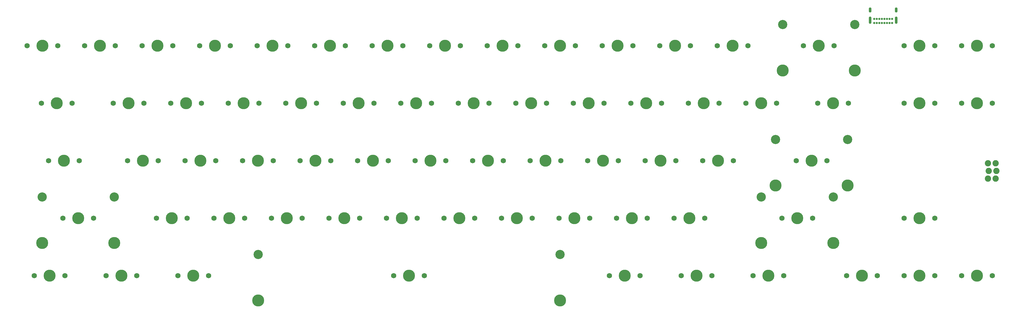
<source format=gbr>
G04 #@! TF.GenerationSoftware,KiCad,Pcbnew,(5.1.4)-1*
G04 #@! TF.CreationDate,2020-07-02T22:35:46-04:00*
G04 #@! TF.ProjectId,soph68,736f7068-3638-42e6-9b69-6361645f7063,rev?*
G04 #@! TF.SameCoordinates,Original*
G04 #@! TF.FileFunction,Soldermask,Top*
G04 #@! TF.FilePolarity,Negative*
%FSLAX46Y46*%
G04 Gerber Fmt 4.6, Leading zero omitted, Abs format (unit mm)*
G04 Created by KiCad (PCBNEW (5.1.4)-1) date 2020-07-02 22:35:46*
%MOMM*%
%LPD*%
G04 APERTURE LIST*
%ADD10C,1.750000*%
%ADD11C,3.987800*%
%ADD12C,3.048000*%
%ADD13O,0.900000X1.700000*%
%ADD14O,0.900000X2.400000*%
%ADD15C,0.700000*%
%ADD16C,2.082800*%
G04 APERTURE END LIST*
D10*
X224155000Y-95250000D03*
X213995000Y-95250000D03*
D11*
X219075000Y-95250000D03*
D10*
X257492500Y-76200000D03*
X247332500Y-76200000D03*
D11*
X252412500Y-76200000D03*
D10*
X109855000Y-95250000D03*
X99695000Y-95250000D03*
D11*
X104775000Y-95250000D03*
X57181750Y-122555000D03*
X33305750Y-122555000D03*
D12*
X57181750Y-107315000D03*
X33305750Y-107315000D03*
D10*
X50323750Y-114300000D03*
X40163750Y-114300000D03*
D11*
X45243750Y-114300000D03*
D13*
X307533000Y-45297000D03*
X316183000Y-45297000D03*
D14*
X307533000Y-48677000D03*
X316183000Y-48677000D03*
D15*
X311433000Y-48307000D03*
X308883000Y-48307000D03*
X309733000Y-48307000D03*
X310583000Y-48307000D03*
X314833000Y-48307000D03*
X313133000Y-48307000D03*
X312283000Y-48307000D03*
X313983000Y-48307000D03*
X308883000Y-49657000D03*
X309733000Y-49657000D03*
X310583000Y-49657000D03*
X311433000Y-49657000D03*
X312283000Y-49657000D03*
X313133000Y-49657000D03*
X313983000Y-49657000D03*
X314833000Y-49657000D03*
D11*
X295306750Y-122555000D03*
X271430750Y-122555000D03*
D12*
X295306750Y-107315000D03*
X271430750Y-107315000D03*
D10*
X288448750Y-114300000D03*
X278288750Y-114300000D03*
D11*
X283368750Y-114300000D03*
X300069250Y-103505000D03*
X276193250Y-103505000D03*
D12*
X300069250Y-88265000D03*
X276193250Y-88265000D03*
D10*
X293211250Y-95250000D03*
X283051250Y-95250000D03*
D11*
X288131250Y-95250000D03*
D10*
X86042500Y-76200000D03*
X75882500Y-76200000D03*
D11*
X80962500Y-76200000D03*
D10*
X200342500Y-76200000D03*
X190182500Y-76200000D03*
D11*
X195262500Y-76200000D03*
D16*
X346583000Y-96139000D03*
X349123000Y-96139000D03*
X346837000Y-98679000D03*
X349377000Y-98679000D03*
X346583000Y-101219000D03*
X349123000Y-101219000D03*
D10*
X347980000Y-133350000D03*
X337820000Y-133350000D03*
D11*
X342900000Y-133350000D03*
D10*
X328930000Y-133350000D03*
X318770000Y-133350000D03*
D11*
X323850000Y-133350000D03*
D10*
X309880000Y-133350000D03*
X299720000Y-133350000D03*
D11*
X304800000Y-133350000D03*
D10*
X278923750Y-133350000D03*
X268763750Y-133350000D03*
D11*
X273843750Y-133350000D03*
D10*
X255111250Y-133350000D03*
X244951250Y-133350000D03*
D11*
X250031250Y-133350000D03*
D10*
X231298750Y-133350000D03*
X221138750Y-133350000D03*
D11*
X226218750Y-133350000D03*
X204781150Y-141605000D03*
X104781350Y-141605000D03*
D12*
X204781150Y-126365000D03*
X104781350Y-126365000D03*
D10*
X159861250Y-133350000D03*
X149701250Y-133350000D03*
D11*
X154781250Y-133350000D03*
D10*
X88423750Y-133350000D03*
X78263750Y-133350000D03*
D11*
X83343750Y-133350000D03*
D10*
X64611250Y-133350000D03*
X54451250Y-133350000D03*
D11*
X59531250Y-133350000D03*
D10*
X40798750Y-133350000D03*
X30638750Y-133350000D03*
D11*
X35718750Y-133350000D03*
D10*
X328930000Y-114300000D03*
X318770000Y-114300000D03*
D11*
X323850000Y-114300000D03*
D10*
X252730000Y-114300000D03*
X242570000Y-114300000D03*
D11*
X247650000Y-114300000D03*
D10*
X233680000Y-114300000D03*
X223520000Y-114300000D03*
D11*
X228600000Y-114300000D03*
D10*
X214630000Y-114300000D03*
X204470000Y-114300000D03*
D11*
X209550000Y-114300000D03*
D10*
X195580000Y-114300000D03*
X185420000Y-114300000D03*
D11*
X190500000Y-114300000D03*
D10*
X176530000Y-114300000D03*
X166370000Y-114300000D03*
D11*
X171450000Y-114300000D03*
D10*
X157480000Y-114300000D03*
X147320000Y-114300000D03*
D11*
X152400000Y-114300000D03*
D10*
X138430000Y-114300000D03*
X128270000Y-114300000D03*
D11*
X133350000Y-114300000D03*
D10*
X119380000Y-114300000D03*
X109220000Y-114300000D03*
D11*
X114300000Y-114300000D03*
D10*
X100330000Y-114300000D03*
X90170000Y-114300000D03*
D11*
X95250000Y-114300000D03*
D10*
X81280000Y-114300000D03*
X71120000Y-114300000D03*
D11*
X76200000Y-114300000D03*
D10*
X262255000Y-95250000D03*
X252095000Y-95250000D03*
D11*
X257175000Y-95250000D03*
D10*
X243205000Y-95250000D03*
X233045000Y-95250000D03*
D11*
X238125000Y-95250000D03*
D10*
X205105000Y-95250000D03*
X194945000Y-95250000D03*
D11*
X200025000Y-95250000D03*
D10*
X186055000Y-95250000D03*
X175895000Y-95250000D03*
D11*
X180975000Y-95250000D03*
D10*
X167005000Y-95250000D03*
X156845000Y-95250000D03*
D11*
X161925000Y-95250000D03*
D10*
X147955000Y-95250000D03*
X137795000Y-95250000D03*
D11*
X142875000Y-95250000D03*
D10*
X128905000Y-95250000D03*
X118745000Y-95250000D03*
D11*
X123825000Y-95250000D03*
D10*
X90805000Y-95250000D03*
X80645000Y-95250000D03*
D11*
X85725000Y-95250000D03*
D10*
X71755000Y-95250000D03*
X61595000Y-95250000D03*
D11*
X66675000Y-95250000D03*
D10*
X45561250Y-95250000D03*
X35401250Y-95250000D03*
D11*
X40481250Y-95250000D03*
D10*
X347980000Y-76200000D03*
X337820000Y-76200000D03*
D11*
X342900000Y-76200000D03*
D10*
X328930000Y-76200000D03*
X318770000Y-76200000D03*
D11*
X323850000Y-76200000D03*
D10*
X300355000Y-76200000D03*
X290195000Y-76200000D03*
D11*
X295275000Y-76200000D03*
D10*
X276542500Y-76200000D03*
X266382500Y-76200000D03*
D11*
X271462500Y-76200000D03*
D10*
X238442500Y-76200000D03*
X228282500Y-76200000D03*
D11*
X233362500Y-76200000D03*
D10*
X219392500Y-76200000D03*
X209232500Y-76200000D03*
D11*
X214312500Y-76200000D03*
D10*
X181292500Y-76200000D03*
X171132500Y-76200000D03*
D11*
X176212500Y-76200000D03*
D10*
X162242500Y-76200000D03*
X152082500Y-76200000D03*
D11*
X157162500Y-76200000D03*
D10*
X143192500Y-76200000D03*
X133032500Y-76200000D03*
D11*
X138112500Y-76200000D03*
D10*
X124142500Y-76200000D03*
X113982500Y-76200000D03*
D11*
X119062500Y-76200000D03*
D10*
X105092500Y-76200000D03*
X94932500Y-76200000D03*
D11*
X100012500Y-76200000D03*
D10*
X66992500Y-76200000D03*
X56832500Y-76200000D03*
D11*
X61912500Y-76200000D03*
D10*
X43180000Y-76200000D03*
X33020000Y-76200000D03*
D11*
X38100000Y-76200000D03*
D10*
X347980000Y-57150000D03*
X337820000Y-57150000D03*
D11*
X342900000Y-57150000D03*
D10*
X328930000Y-57150000D03*
X318770000Y-57150000D03*
D11*
X323850000Y-57150000D03*
X302450500Y-65405000D03*
X278574500Y-65405000D03*
D12*
X302450500Y-50165000D03*
X278574500Y-50165000D03*
D10*
X295592500Y-57150000D03*
X285432500Y-57150000D03*
D11*
X290512500Y-57150000D03*
D10*
X267017500Y-57150000D03*
X256857500Y-57150000D03*
D11*
X261937500Y-57150000D03*
D10*
X247967500Y-57150000D03*
X237807500Y-57150000D03*
D11*
X242887500Y-57150000D03*
D10*
X228917500Y-57150000D03*
X218757500Y-57150000D03*
D11*
X223837500Y-57150000D03*
D10*
X209867500Y-57150000D03*
X199707500Y-57150000D03*
D11*
X204787500Y-57150000D03*
D10*
X190817500Y-57150000D03*
X180657500Y-57150000D03*
D11*
X185737500Y-57150000D03*
D10*
X171767500Y-57150000D03*
X161607500Y-57150000D03*
D11*
X166687500Y-57150000D03*
D10*
X152717500Y-57150000D03*
X142557500Y-57150000D03*
D11*
X147637500Y-57150000D03*
D10*
X133667500Y-57150000D03*
X123507500Y-57150000D03*
D11*
X128587500Y-57150000D03*
D10*
X114617500Y-57150000D03*
X104457500Y-57150000D03*
D11*
X109537500Y-57150000D03*
D10*
X95567500Y-57150000D03*
X85407500Y-57150000D03*
D11*
X90487500Y-57150000D03*
D10*
X76517500Y-57150000D03*
X66357500Y-57150000D03*
D11*
X71437500Y-57150000D03*
D10*
X57467500Y-57150000D03*
X47307500Y-57150000D03*
D11*
X52387500Y-57150000D03*
D10*
X38417500Y-57150000D03*
X28257500Y-57150000D03*
D11*
X33337500Y-57150000D03*
M02*

</source>
